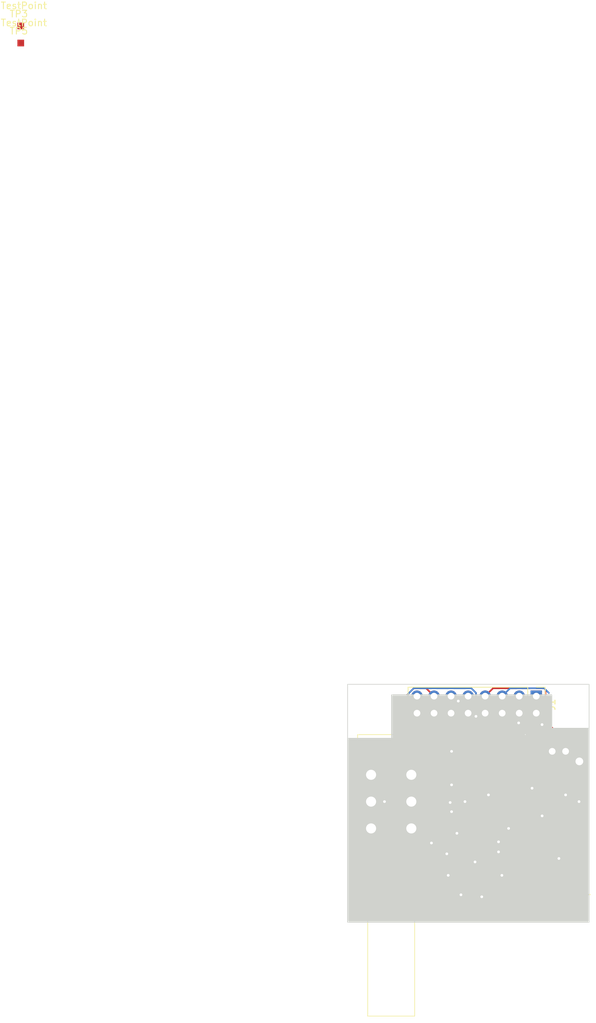
<source format=kicad_pcb>
(kicad_pcb (version 20240108) (generator "pcbnew") (generator_version "8.0")
  (layers (0 "F.Cu" signal) (31 "B.Cu" signal) (34 "B.Paste" user) (35 "F.Paste" user) (36 "B.SilkS" user "B.Silkscreen") (37 "F.SilkS" user "F.Silkscreen") (38 "B.Mask" user) (39 "F.Mask" user) (44 "Edge.Cuts" user))
  (net 0 "")
  (net 1 "GNDPWR")
  (net 2 "Net-(IC1-BAT)")
  (net 3 "Net-(IC1-CE)")
  (net 4 "Net-(JP1-B)")
  (net 5 "Net-(IC1-~{STDBY})")
  (net 6 "Net-(IC1-PROG)")
  (net 7 "Net-(IC1-~{CHRG})")
  (net 8 "Motor1B")
  (net 9 "PMW4")
  (net 10 "Motor2B")
  (net 11 "PMW2")
  (net 12 "PMW3")
  (net 13 "Motor1")
  (net 14 "Load")
  (net 15 "PMW1")
  (net 16 "Motor2")
  (net 17 "ADC")
  (net 20 "Net-(JP2-B)")
  (net 21 "Net-(JP3-A)")
  (net 22 "Net-(LED1-K)")
  (net 23 "Net-(LED2-K)")
  (footprint "KiCad:SOT95P280X145-5N" (layer "F.Cu") (at 73 110.5 -90)
    (property "Reference" "R13" (at 0.5 -2.5 90) (layer "F.SilkS") (effects (font (size 1.27 1.27) (thickness 0.254))))
    (property "Value" "1000" (hide yes))
    (fp_line (start -0.3 1.45) (end -0.3 -1.45) (stroke (width 0.2)) (layer "F.SilkS"))
    (fp_line (start 0.3 1.45) (end -0.3 1.45) (stroke (width 0.2)) (layer "F.SilkS"))
    (fp_line (start -0.3 -1.45) (end 0.3 -1.45) (stroke (width 0.2)) (layer "F.SilkS"))
    (fp_line (start 0.3 -1.45) (end 0.3 1.45) (stroke (width 0.2)) (layer "F.SilkS"))
    (fp_line (start -1.85 -1.5) (end -0.65 -1.5) (stroke (width 0.2)) (layer "F.SilkS"))
    (pad "1" smd rect (at -1.25 -0.95) (size 0.6 1.2) (layers "F.Cu" "F.Paste" "F.Mask") (net 23 "Net-(LED2-K)"))
    (pad "2" smd rect (at -1.25 0) (size 0.6 1.2) (layers "F.Cu" "F.Paste" "F.Mask") (net 5 "Net-(IC1-~{STDBY})"))
    (pad "3" smd rect (at -1.25 0.95) (size 0.6 1.2) (layers "F.Cu" "F.Paste" "F.Mask"))
    (pad "4" smd rect (at 1.25 0.95) (size 0.6 1.2) (layers "F.Cu" "F.Paste" "F.Mask"))
    (pad "5" smd rect (at 1.25 -0.95) (size 0.6 1.2) (layers "F.Cu" "F.Paste" "F.Mask"))
  )
  (footprint "Jumper:SolderJumper-2_P1.3mm_Open_RoundedPad1.0x1.5mm" (layer "F.Cu") (at 68 123.35 -90)
    (property "Reference" "JP2" (at 0 -1.8 90) (layer "F.SilkS"))
    (property "Value" "Jumper_2_Open" (hide yes))
    (fp_line (start 0.7 1) (end -0.7 1) (stroke (width 0.12)) (layer "F.SilkS"))
    (fp_line (start -1.4 0.3) (end -1.4 -0.3) (stroke (width 0.12)) (layer "F.SilkS"))
    (fp_line (start 1.4 -0.3) (end 1.4 0.3) (stroke (width 0.12)) (layer "F.SilkS"))
    (fp_line (start -0.7 -1) (end 0.7 -1) (stroke (width 0.12)) (layer "F.SilkS"))
    (fp_arc (start -0.7 1) (mid -1.194975 0.794975) (end -1.4 0.3) (stroke (width 0.12)) (layer "F.SilkS"))
    (fp_arc (start 1.4 0.3) (mid 1.194975 0.794975) (end 0.7 1) (stroke (width 0.12)) (layer "F.SilkS"))
    (fp_arc (start -1.4 -0.3) (mid -1.194975 -0.794975) (end -0.7 -1) (stroke (width 0.12)) (layer "F.SilkS"))
    (fp_arc (start 0.7 -1) (mid 1.194975 -0.794975) (end 1.4 -0.3) (stroke (width 0.12)) (layer "F.SilkS"))
    (pad "1" smd custom (at -0.65 0 270) (size 1 0.5) (layers "F.Cu" "F.Mask") (net 14 "Load") (options (clearance outline) (anchor rect)) (primitives (gr_circle (center 0 0.25) (end 0.5 0.25) (width 0) (fill yes)) (gr_circle (center 0 -0.25) (end 0.5 -0.25) (width 0) (fill yes)) (gr_poly (pts (xy 0.5 0.75) (xy 0 0.75) (xy 0 -0.75) (xy 0.5 -0.75)) (width 0) (fill yes))))
    (pad "2" smd custom (at 0.65 0 270) (size 1 0.5) (layers "F.Cu" "F.Mask") (net 20 "Net-(JP2-B)") (options (clearance outline) (anchor rect)) (primitives (gr_circle (center 0 0.25) (end 0.5 0.25) (width 0) (fill yes)) (gr_circle (center 0 -0.25) (end 0.5 -0.25) (width 0) (fill yes)) (gr_poly (pts (xy 0 0.75) (xy -0.5 0.75) (xy -0.5 -0.75) (xy 0 -0.75)) (width 0) (fill yes))))
  )
  (footprint "PCM_4ms_TestPoint:TestPoint_Pad_04" (layer "F.Cu") (at 72.5 127.5)
    (property "Reference" "ADC" (at -1 2 0) (layer "F.SilkS") (effects (justify left bottom)))
    (property "Value" "TestPoint" (at 0.46 -3.02 0) (layer "F.SilkS"))
    (pad "1" smd rect (at 0 0) (size 1 1) (layers "F.Cu" "F.Paste" "F.Mask") (net 17 "ADC"))
  )
  (footprint "KiCad:RESC1608X55N" (layer "F.Cu") (at 75 119.7 -90)
    (property "Reference" "R12" (at 0 0 90) (layer "F.SilkS") (effects (font (size 1.27 1.27) (thickness 0.254))))
    (property "Value" "1000" (hide yes))
    (fp_line (start 0 -0.3) (end 0 0.3) (stroke (width 0.2)) (layer "F.SilkS"))
    (pad "1" smd rect (at -0.8 0 270) (size 0.9 0.95) (layers "F.Cu" "F.Paste" "F.Mask") (net 22 "Net-(LED1-K)"))
    (pad "2" smd rect (at 0.8 0 270) (size 0.9 0.95) (layers "F.Cu" "F.Paste" "F.Mask") (net 7 "Net-(IC1-~{CHRG})"))
  )
  (footprint "KiCad:RES_8F1001T5E_UNR" (layer "F.Cu") (at 64 120.5)
    (property "Reference" "R4" (at 0 2 0) (layer "F.SilkS"))
    (property "Value" "1.5k")
    (fp_line (start -0.16235 0.8255) (end 0.16235 0.8255) (stroke (width 0.1524)) (layer "F.SilkS"))
    (fp_line (start 0.16235 -0.8255) (end -0.16235 -0.8255) (stroke (width 0.1524)) (layer "F.SilkS"))
    (pad "1" smd rect (at -0.8763 0) (size 0.8128 1.397) (layers "F.Cu" "F.Paste" "F.Mask") (net 6 "Net-(IC1-PROG)"))
    (pad "2" smd rect (at 0.8763 0) (size 0.8128 1.397) (layers "F.Cu" "F.Paste" "F.Mask") (net 1 "GNDPWR"))
  )
  (footprint "PCM_4ms_TestPoint:TestPoint_Pad_04" (layer "F.Cu") (at 0.775 0.775)
    (property "Reference" "TP3" (at -1.75 -1.21 0) (layer "F.SilkS") (effects (justify left bottom)))
    (property "Value" "TestPoint" (at 0.46 -3.02 0) (layer "F.SilkS"))
    (pad "1" smd rect (at 0 0) (size 1 1) (layers "F.Cu" "F.Paste" "F.Mask") (net 3 "Net-(IC1-CE)"))
  )
  (footprint "PCM_4ms_TestPoint:TestPoint_Pad_04" (layer "F.Cu") (at 75.5 125.5)
    (property "Reference" "TP1" (at -1.75 -1.21 0) (layer "F.SilkS") (effects (justify left bottom)))
    (property "Value" "TestPoint" (at 0.46 -3.02 0) (layer "F.SilkS"))
    (pad "1" smd rect (at 0 0) (size 1 1) (layers "F.Cu" "F.Paste" "F.Mask") (net 14 "Load"))
  )
  (footprint "Jumper:SolderJumper-2_P1.3mm_Open_RoundedPad1.0x1.5mm" (layer "F.Cu") (at 72 123.15 -90)
    (property "Reference" "JP3" (at 0.3 -1.55 90) (layer "F.SilkS"))
    (property "Value" "Jumper_2_Open" (hide yes))
    (fp_line (start 0.7 1) (end -0.7 1) (stroke (width 0.12)) (layer "F.SilkS"))
    (fp_line (start -1.4 0.3) (end -1.4 -0.3) (stroke (width 0.12)) (layer "F.SilkS"))
    (fp_line (start 1.4 -0.3) (end 1.4 0.3) (stroke (width 0.12)) (layer "F.SilkS"))
    (fp_line (start -0.7 -1) (end 0.7 -1) (stroke (width 0.12)) (layer "F.SilkS"))
    (fp_arc (start -0.7 1) (mid -1.194975 0.794975) (end -1.4 0.3) (stroke (width 0.12)) (layer "F.SilkS"))
    (fp_arc (start 1.4 0.3) (mid 1.194975 0.794975) (end 0.7 1) (stroke (width 0.12)) (layer "F.SilkS"))
    (fp_arc (start -1.4 -0.3) (mid -1.194975 -0.794975) (end -0.7 -1) (stroke (width 0.12)) (layer "F.SilkS"))
    (fp_arc (start 0.7 -1) (mid 1.194975 -0.794975) (end 1.4 -0.3) (stroke (width 0.12)) (layer "F.SilkS"))
    (pad "1" smd custom (at -0.65 0 270) (size 1 0.5) (layers "F.Cu" "F.Mask") (net 21 "Net-(JP3-A)") (options (clearance outline) (anchor rect)) (primitives (gr_circle (center 0 0.25) (end 0.5 0.25) (width 0) (fill yes)) (gr_circle (center 0 -0.25) (end 0.5 -0.25) (width 0) (fill yes)) (gr_poly (pts (xy 0.5 0.75) (xy 0 0.75) (xy 0 -0.75) (xy 0.5 -0.75)) (width 0) (fill yes))))
    (pad "2" smd custom (at 0.65 0 270) (size 1 0.5) (layers "F.Cu" "F.Mask") (net 17 "ADC") (options (clearance outline) (anchor rect)) (primitives (gr_circle (center 0 0.25) (end 0.5 0.25) (width 0) (fill yes)) (gr_circle (center 0 -0.25) (end 0.5 -0.25) (width 0) (fill yes)) (gr_poly (pts (xy 0 0.75) (xy -0.5 0.75) (xy -0.5 -0.75) (xy 0 -0.75)) (width 0) (fill yes))))
  )
  (footprint "KiCad:RESC1608X55N" (layer "F.Cu") (at 67.5 131.8 90)
    (property "Reference" "R5" (at 0 0 -90) (layer "F.SilkS") (effects (font (size 1.27 1.27) (thickness 0.254))))
    (property "Value" "0603WAF6801T5E" (hide yes))
    (fp_line (start 0 -0.3) (end 0 0.3) (stroke (width 0.2)) (layer "F.SilkS"))
    (pad "1" smd rect (at -0.8 0 90) (size 0.9 0.95) (layers "F.Cu" "F.Paste" "F.Mask") (net 21 "Net-(JP3-A)"))
    (pad "2" smd rect (at 0.8 0 90) (size 0.9 0.95) (layers "F.Cu" "F.Paste" "F.Mask") (net 1 "GNDPWR"))
  )
  (footprint "KiCad:LEDC1608X70N" (layer "F.Cu") (at 76 115 -90)
    (property "Reference" "LED1" (at 0 0 90) (layer "F.SilkS") (effects (font (size 1.27 1.27) (thickness 0.254))))
    (property "Value" "KT-0603R" (hide yes))
    (fp_line (start -1.55 0.825) (end 0.75 0.825) (stroke (width 0.2)) (layer "F.SilkS"))
    (fp_line (start -1.55 -0.825) (end -1.55 0.825) (stroke (width 0.2)) (layer "F.SilkS"))
    (fp_line (start 0.75 -0.825) (end -1.55 -0.825) (stroke (width 0.2)) (layer "F.SilkS"))
    (pad "1" smd rect (at -0.75 0 270) (size 0.9 0.95) (layers "F.Cu" "F.Paste" "F.Mask") (net 22 "Net-(LED1-K)"))
    (pad "2" smd rect (at 0.75 0 270) (size 0.9 0.95) (layers "F.Cu" "F.Paste" "F.Mask") (net 3 "Net-(IC1-CE)"))
  )
  (footprint "PCM_4ms_TestPoint:TestPoint_Pad_04" (layer "F.Cu") (at 70 111 180)
    (property "Reference" "5V" (at 0.5 -2 180) (layer "F.SilkS") (effects (justify left bottom)))
    (property "Value" "TestPoint" (hide yes))
    (pad "1" smd rect (at 0 0 180) (size 1 1) (layers "F.Cu" "F.Paste" "F.Mask") (net 3 "Net-(IC1-CE)"))
  )
  (footprint "KiCad:SON50P300X300X75-11N-D" (layer "F.Cu") (at 65 107)
    (property "Reference" "IC2" (at 0 0 0) (layer "F.SilkS") (effects (font (size 1.27 1.27) (thickness 0.254))))
    (property "Value" "A3901SEJTR-T" (hide yes))
    (fp_circle (center -1.875 -1.65) (end -1.875 -1.525) (stroke (width 0.25)) (fill none) (layer "F.SilkS"))
    (pad "1" smd rect (at -1.45 -1 90) (size 0.3 0.85) (layers "F.Cu" "F.Paste" "F.Mask") (net 15 "PMW1"))
    (pad "2" smd rect (at -1.45 -0.5 90) (size 0.3 0.85) (layers "F.Cu" "F.Paste" "F.Mask") (net 11 "PMW2"))
    (pad "3" smd rect (at -1.45 0 90) (size 0.3 0.85) (layers "F.Cu" "F.Paste" "F.Mask") (net 1 "GNDPWR"))
    (pad "4" smd rect (at -1.45 0.5 90) (size 0.3 0.85) (layers "F.Cu" "F.Paste" "F.Mask") (net 12 "PMW3"))
    (pad "5" smd rect (at -1.45 1 90) (size 0.3 0.85) (layers "F.Cu" "F.Paste" "F.Mask") (net 9 "PMW4"))
    (pad "6" smd rect (at 1.45 1 90) (size 0.3 0.85) (layers "F.Cu" "F.Paste" "F.Mask") (net 10 "Motor2B"))
    (pad "7" smd rect (at 1.45 0.5 90) (size 0.3 0.85) (layers "F.Cu" "F.Paste" "F.Mask") (net 16 "Motor2"))
    (pad "8" smd rect (at 1.45 0 90) (size 0.3 0.85) (layers "F.Cu" "F.Paste" "F.Mask") (net 14 "Load"))
    (pad "9" smd rect (at 1.45 -0.5 90) (size 0.3 0.85) (layers "F.Cu" "F.Paste" "F.Mask") (net 8 "Motor1B"))
    (pad "10" smd rect (at 1.45 -1 90) (size 0.3 0.85) (layers "F.Cu" "F.Paste" "F.Mask") (net 13 "Motor1"))
    (pad "11" smd rect (at 0 0) (size 1.65 2.38) (layers "F.Cu" "F.Paste" "F.Mask") (net 1 "GNDPWR"))
  )
  (footprint "KiCad:19217BHCZL1M2RY3T" (layer "F.Cu") (at 73 115 -90)
    (property "Reference" "LED2" (at 0 0 90) (layer "F.SilkS") (effects (font (size 1.27 1.27) (thickness 0.254))))
    (property "Value" "19-217_BHC-ZL1M2RY_3T" (hide yes))
    (fp_line (start 1.7 0.1) (end 1.7 0.1) (stroke (width 0.2)) (layer "F.SilkS"))
    (fp_line (start 1.7 -0.1) (end 1.7 -0.1) (stroke (width 0.2)) (layer "F.SilkS"))
    (fp_arc (start 1.7 0.1) (mid 1.6 0) (end 1.7 -0.1) (stroke (width 0.2)) (layer "F.SilkS"))
    (fp_arc (start 1.7 -0.1) (mid 1.8 0) (end 1.7 0.1) (stroke (width 0.2)) (layer "F.SilkS"))
    (pad "1" smd rect (at 0.75 0) (size 0.8 0.8) (layers "F.Cu" "F.Paste" "F.Mask") (net 3 "Net-(IC1-CE)"))
    (pad "2" smd rect (at -0.75 0) (size 0.8 0.8) (layers "F.Cu" "F.Paste" "F.Mask") (net 23 "Net-(LED2-K)"))
  )
  (footprint "PCM_4ms_TestPoint:TestPoint_Pad_04" (layer "F.Cu") (at 0.775 3.325)
    (property "Reference" "TP5" (at -1.75 -1.21 0) (layer "F.SilkS") (effects (justify left bottom)))
    (property "Value" "TestPoint" (at 0.46 -3.02 0) (layer "F.SilkS"))
    (pad "1" smd rect (at 0 0) (size 1 1) (layers "F.Cu" "F.Paste" "F.Mask") (net 17 "ADC"))
  )
  (footprint "KiCad:CAPC1005X70N" (layer "F.Cu") (at 63.07 124.72 -90)
    (property "Reference" "C2" (at 0 0 90) (layer "F.SilkS") (effects (font (size 1.27 1.27) (thickness 0.254))))
    (property "Value" "10uF" (hide yes))
    (pad "1" smd rect (at -0.46 0 270) (size 0.69 0.72) (layers "F.Cu" "F.Paste" "F.Mask") (net 3 "Net-(IC1-CE)"))
    (pad "2" smd rect (at 0.46 0 270) (size 0.69 0.72) (layers "F.Cu" "F.Paste" "F.Mask") (net 1 "GNDPWR"))
  )
  (footprint "KiCad:RESC1608X55N" (layer "F.Cu") (at 67.5 127.5 -90)
    (property "Reference" "R7" (at 0 0 90) (layer "F.SilkS") (effects (font (size 1.27 1.27) (thickness 0.254))))
    (property "Value" "1.8k" (hide yes))
    (fp_line (start 0 -0.3) (end 0 0.3) (stroke (width 0.2)) (layer "F.SilkS"))
    (pad "1" smd rect (at -0.8 0 270) (size 0.9 0.95) (layers "F.Cu" "F.Paste" "F.Mask") (net 20 "Net-(JP2-B)"))
    (pad "2" smd rect (at 0.8 0 270) (size 0.9 0.95) (layers "F.Cu" "F.Paste" "F.Mask") (net 21 "Net-(JP3-A)"))
  )
  (footprint "KiCad:CAPC1005X70N" (layer "F.Cu") (at 81 124.5 -90)
    (property "Reference" "C3" (at 0 0 90) (layer "F.SilkS") (effects (font (size 1.27 1.27) (thickness 0.254))))
    (property "Value" "10uF" (hide yes))
    (pad "1" smd rect (at -0.46 0 270) (size 0.69 0.72) (layers "F.Cu" "F.Paste" "F.Mask") (net 4 "Net-(JP1-B)"))
    (pad "2" smd rect (at 0.46 0 270) (size 0.69 0.72) (layers "F.Cu" "F.Paste" "F.Mask") (net 1 "GNDPWR"))
  )
  (footprint "KiCad:CAPC1005X70N" (layer "F.Cu") (at 84 116 -90)
    (property "Reference" "C1" (at 0 0 90) (layer "F.SilkS") (effects (font (size 1.27 1.27) (thickness 0.254))))
    (property "Value" "10uF" (hide yes))
    (pad "1" smd rect (at -0.46 0 270) (size 0.69 0.72) (layers "F.Cu" "F.Paste" "F.Mask") (net 2 "Net-(IC1-BAT)"))
    (pad "2" smd rect (at 0.46 0 270) (size 0.69 0.72) (layers "F.Cu" "F.Paste" "F.Mask") (net 1 "GNDPWR"))
  )
  (footprint "PCM_4ms_TestPoint:TestPoint_Pad_04" (layer "F.Cu") (at 79.5 128)
    (property "Reference" "BatterytoLoad1" (at -5 2.5 0) (layer "F.SilkS") (effects (justify left bottom)))
    (property "Value" "TestPoint" (hide yes))
    (pad "1" smd rect (at 0 0) (size 1 1) (layers "F.Cu" "F.Paste" "F.Mask") (net 2 "Net-(IC1-BAT)"))
  )
  (footprint "KiCad:RESC1608X55N" (layer "F.Cu") (at 70 127.5 -90)
    (property "Reference" "R3" (at 0 0 90) (layer "F.SilkS") (effects (font (size 1.27 1.27) (thickness 0.254))))
    (property "Value" "1.8k" (hide yes))
    (fp_line (start 0 -0.3) (end 0 0.3) (stroke (width 0.2)) (layer "F.SilkS"))
    (pad "1" smd rect (at -0.8 0 270) (size 0.9 0.95) (layers "F.Cu" "F.Paste" "F.Mask") (net 14 "Load"))
    (pad "2" smd rect (at 0.8 0 270) (size 0.9 0.95) (layers "F.Cu" "F.Paste" "F.Mask") (net 17 "ADC"))
  )
  (footprint "KiCad:SPUN192600" (layer "F.Cu") (at 56 127.5 -90)
    (property "Reference" "S1" (at 0 0 -90) (layer "F.SilkS") (effects (font (size 1.27 1.27) (thickness 0.254))))
    (property "Value" "SPUN192600" (hide yes))
    (fp_line (start -21 5) (end -21 -5) (stroke (width 0.1)) (layer "F.SilkS"))
    (fp_line (start 3 5) (end -21 5) (stroke (width 0.1)) (layer "F.SilkS"))
    (fp_line (start 3 3.5) (end 3 -3.5) (stroke (width 0.1)) (layer "F.SilkS"))
    (fp_line (start 21 3.5) (end 3 3.5) (stroke (width 0.1)) (layer "F.SilkS"))
    (fp_line (start 3 -3.5) (end 21 -3.5) (stroke (width 0.1)) (layer "F.SilkS"))
    (fp_line (start 21 -3.5) (end 21 3.5) (stroke (width 0.1)) (layer "F.SilkS"))
    (fp_line (start -21 -5) (end 3 -5) (stroke (width 0.1)) (layer "F.SilkS"))
    (fp_line (start 3 -5) (end 3 5) (stroke (width 0.1)) (layer "F.SilkS"))
    (pad "1" thru_hole circle (at -15 3 270) (size 2.25 2.25) (drill 1.5) (layers "*.Cu" "*.Mask"))
    (pad "2" thru_hole circle (at -11 3 270) (size 2.25 2.25) (drill 1.5) (layers "*.Cu" "*.Mask") (net 2 "Net-(IC1-BAT)"))
    (pad "3" thru_hole circle (at -7 3 270) (size 2.25 2.25) (drill 1.5) (layers "*.Cu" "*.Mask"))
    (pad "4" thru_hole circle (at -15 -3 270) (size 2.25 2.25) (drill 1.5) (layers "*.Cu" "*.Mask"))
    (pad "5" thru_hole circle (at -11 -3 270) (size 2.25 2.25) (drill 1.5) (layers "*.Cu" "*.Mask"))
    (pad "6" thru_hole circle (at -7 -3 270) (size 2.25 2.25) (drill 1.5) (layers "*.Cu" "*.Mask") (net 14 "Load"))
  )
  (footprint "Jumper:SolderJumper-2_P1.3mm_Open_RoundedPad1.0x1.5mm" (layer "F.Cu") (at 81 121.15 -90)
    (property "Reference" "JP1" (at 0 -1.8 90) (layer "F.SilkS"))
    (property "Value" "Jumper_2_Open" (hide yes))
    (fp_line (start 0.7 1) (end -0.7 1) (stroke (width 0.12)) (layer "F.SilkS"))
    (fp_line (start -1.4 0.3) (end -1.4 -0.3) (stroke (width 0.12)) (layer "F.SilkS"))
    (fp_line (start 1.4 -0.3) (end 1.4 0.3) (stroke (width 0.12)) (layer "F.SilkS"))
    (fp_line (start -0.7 -1) (end 0.7 -1) (stroke (width 0.12)) (layer "F.SilkS"))
    (fp_arc (start -0.7 1) (mid -1.194975 0.794975) (end -1.4 0.3) (stroke (width 0.12)) (layer "F.SilkS"))
    (fp_arc (start 1.4 0.3) (mid 1.194975 0.794975) (end 0.7 1) (stroke (width 0.12)) (layer "F.SilkS"))
    (fp_arc (start -1.4 -0.3) (mid -1.194975 -0.794975) (end -0.7 -1) (stroke (width 0.12)) (layer "F.SilkS"))
    (fp_arc (start 0.7 -1) (mid 1.194975 -0.794975) (end 1.4 -0.3) (stroke (width 0.12)) (layer "F.SilkS"))
    (pad "1" smd custom (at -0.65 0 270) (size 1 0.5) (layers "F.Cu" "F.Mask") (net 2 "Net-(IC1-BAT)") (options (clearance outline) (anchor rect)) (primitives (gr_circle (center 0 0.25) (end 0.5 0.25) (width 0) (fill yes)) (gr_circle (center 0 -0.25) (end 0.5 -0.25) (width 0) (fill yes)) (gr_poly (pts (xy 0.5 0.75) (xy 0 0.75) (xy 0 -0.75) (xy 0.5 -0.75)) (width 0) (fill yes))))
    (pad "2" smd custom (at 0.65 0 270) (size 1 0.5) (layers "F.Cu" "F.Mask") (net 4 "Net-(JP1-B)") (options (clearance outline) (anchor rect)) (primitives (gr_circle (center 0 0.25) (end 0.5 0.25) (width 0) (fill yes)) (gr_circle (center 0 -0.25) (end 0.5 -0.25) (width 0) (fill yes)) (gr_poly (pts (xy 0 0.75) (xy -0.5 0.75) (xy -0.5 -0.75) (xy 0 -0.75)) (width 0) (fill yes))))
  )
  (footprint "Connector_PinHeader_2.54mm:PinHeader_2x08_P2.54mm_Vertical" (layer "F.Cu") (at 77.625 100.765 -90)
    (property "Reference" "J1" (at 1.27 -2.33 90) (layer "F.SilkS"))
    (property "Value" "Pins_02x08_P1.27mm_SMT")
    (fp_line (start -1.33 19.11) (end 3.87 19.11) (stroke (width 0.12)) (layer "F.SilkS"))
    (fp_line (start -1.33 1.27) (end -1.33 19.11) (stroke (width 0.12)) (layer "F.SilkS"))
    (fp_line (start -1.33 1.27) (end 1.27 1.27) (stroke (width 0.12)) (layer "F.SilkS"))
    (fp_line (start 1.27 1.27) (end 1.27 -1.33) (stroke (width 0.12)) (layer "F.SilkS"))
    (fp_line (start -1.33 0) (end -1.33 -1.33) (stroke (width 0.12)) (layer "F.SilkS"))
    (fp_line (start -1.33 -1.33) (end 0 -1.33) (stroke (width 0.12)) (layer "F.SilkS"))
    (fp_line (start 1.27 -1.33) (end 3.87 -1.33) (stroke (width 0.12)) (layer "F.SilkS"))
    (fp_line (start 3.87 -1.33) (end 3.87 19.11) (stroke (width 0.12)) (layer "F.SilkS"))
    (pad "1" thru_hole rect (at 0 0 270) (size 1.7 1.7) (drill 1) (layers "*.Cu" "*.Mask") (net 13 "Motor1"))
    (pad "2" thru_hole oval (at 2.54 0 270) (size 1.7 1.7) (drill 1) (layers "*.Cu" "*.Mask") (net 15 "PMW1"))
    (pad "3" thru_hole oval (at 0 2.54 270) (size 1.7 1.7) (drill 1) (layers "*.Cu" "*.Mask") (net 8 "Motor1B"))
    (pad "4" thru_hole oval (at 2.54 2.54 270) (size 1.7 1.7) (drill 1) (layers "*.Cu" "*.Mask") (net 11 "PMW2"))
    (pad "5" thru_hole oval (at 0 5.08 270) (size 1.7 1.7) (drill 1) (layers "*.Cu" "*.Mask") (net 1 "GNDPWR"))
    (pad "6" thru_hole oval (at 2.54 5.08 270) (size 1.7 1.7) (drill 1) (layers "*.Cu" "*.Mask") (net 1 "GNDPWR"))
    (pad "7" thru_hole oval (at 0 7.62 270) (size 1.7 1.7) (drill 1) (layers "*.Cu" "*.Mask") (net 2 "Net-(IC1-BAT)"))
    (pad "8" thru_hole oval (at 2.54 7.62 270) (size 1.7 1.7) (drill 1) (layers "*.Cu" "*.Mask") (net 2 "Net-(IC1-BAT)"))
    (pad "9" thru_hole oval (at 0 10.16 270) (size 1.7 1.7) (drill 1) (layers "*.Cu" "*.Mask"))
    (pad "10" thru_hole oval (at 2.54 10.16 270) (size 1.7 1.7) (drill 1) (layers "*.Cu" "*.Mask") (net 17 "ADC"))
    (pad "11" thru_hole oval (at 0 12.7 270) (size 1.7 1.7) (drill 1) (layers "*.Cu" "*.Mask") (net 3 "Net-(IC1-CE)"))
    (pad "12" thru_hole oval (at 2.54 12.7 270) (size 1.7 1.7) (drill 1) (layers "*.Cu" "*.Mask"))
    (pad "13" thru_hole oval (at 0 15.24 270) (size 1.7 1.7) (drill 1) (layers "*.Cu" "*.Mask") (net 16 "Motor2"))
    (pad "14" thru_hole oval (at 2.54 15.24 270) (size 1.7 1.7) (drill 1) (layers "*.Cu" "*.Mask") (net 12 "PMW3"))
    (pad "15" thru_hole oval (at 0 17.78 270) (size 1.7 1.7) (drill 1) (layers "*.Cu" "*.Mask") (net 10 "Motor2B"))
    (pad "16" thru_hole oval (at 2.54 17.78 270) (size 1.7 1.7) (drill 1) (layers "*.Cu" "*.Mask") (net 9 "PMW4"))
  )
  (footprint "KiCad:SOIC127P600X175-9N" (layer "F.Cu") (at 67.712 116)
    (property "Reference" "IC1" (at 0 0 0) (layer "F.SilkS") (effects (font (size 1.27 1.27) (thickness 0.254))))
    (property "Value" "TP4056-42-ESOP8" (hide yes))
    (fp_line (start -3.475 -2.605) (end -1.95 -2.605) (stroke (width 0.2)) (layer "F.SilkS"))
    (pad "1" smd rect (at -2.712 -1.905 90) (size 0.7 1.525) (layers "F.Cu" "F.Paste" "F.Mask") (net 3 "Net-(IC1-CE)"))
    (pad "2" smd rect (at -2.712 -0.635 90) (size 0.7 1.525) (layers "F.Cu" "F.Paste" "F.Mask") (net 6 "Net-(IC1-PROG)"))
    (pad "3" smd rect (at -2.712 0.635 90) (size 0.7 1.525) (layers "F.Cu" "F.Paste" "F.Mask") (net 1 "GNDPWR"))
    (pad "4" smd rect (at -2.712 1.905 90) (size 0.7 1.525) (layers "F.Cu" "F.Paste" "F.Mask") (net 3 "Net-(IC1-CE)"))
    (pad "5" smd rect (at 2.712 1.905 90) (size 0.7 1.525) (layers "F.Cu" "F.Paste" "F.Mask") (net 2 "Net-(IC1-BAT)"))
    (pad "6" smd rect (at 2.712 0.635 90) (size 0.7 1.525) (layers "F.Cu" "F.Paste" "F.Mask") (net 5 "Net-(IC1-~{STDBY})"))
    (pad "7" smd rect (at 2.712 -0.635 90) (size 0.7 1.525) (layers "F.Cu" "F.Paste" "F.Mask") (net 7 "Net-(IC1-~{CHRG})"))
    (pad "8" smd rect (at 2.712 -1.905 90) (size 0.7 1.525) (layers "F.Cu" "F.Paste" "F.Mask") (net 3 "Net-(IC1-CE)"))
    (pad "9" smd rect (at 0 0) (size 2.513 3.402) (layers "F.Cu" "F.Paste" "F.Mask") (net 1 "GNDPWR"))
  )
  (footprint "PCM_4ms_TestPoint:TestPoint_Pad_04" (layer "F.Cu") (at 76.5 121)
    (property "Reference" "TP4" (at -1.75 -1.21 0) (layer "F.SilkS") (effects (justify left bottom)))
    (property "Value" "TestPoint" (at 0.46 -3.02 0) (layer "F.SilkS"))
    (pad "1" smd rect (at 0 0) (size 1 1) (layers "F.Cu" "F.Paste" "F.Mask") (net 2 "Net-(IC1-BAT)"))
  )
  (footprint "Connector_JST:JST_JWPF_B02B-JWPF-SK-R_1x02_P2.00mm_Vertical" (layer "F.Cu") (at 80 109 90)
    (property "Reference" "J2" (at -1.35 -3.7 -90) (layer "F.SilkS"))
    (property "Value" "JST_02")
    (fp_line (start -5.75 -2.85) (end -4.25 -2.85) (stroke (width 0.12)) (layer "F.SilkS"))
    (fp_line (start 1.81 -2.61) (end -5.51 -2.61) (stroke (width 0.12)) (layer "F.SilkS"))
    (fp_line (start -5.51 -2.61) (end -5.51 4.61) (stroke (width 0.12)) (layer "F.SilkS"))
    (fp_line (start 2.81 -1.61) (end 2.81 3.61) (stroke (width 0.12)) (layer "F.SilkS"))
    (fp_line (start -5.75 -1.35) (end -5.75 -2.85) (stroke (width 0.12)) (layer "F.SilkS"))
    (fp_line (start -5.51 4.61) (end 1.81 4.61) (stroke (width 0.12)) (layer "F.SilkS"))
    (fp_arc (start 1.81 -2.61) (mid 2.517107 -2.317107) (end 2.81 -1.61) (stroke (width 0.12)) (layer "F.SilkS"))
    (fp_arc (start 2.81 3.61) (mid 2.517107 4.317107) (end 1.81 4.61) (stroke (width 0.12)) (layer "F.SilkS"))
    (pad "" np_thru_hole circle (at -1.5 4.05 90) (size 1.15 1.15) (drill 1.15) (layers "*.Cu" "*.Mask"))
    (pad "1" thru_hole roundrect (at 0 0 90) (size 2 1.3) (drill 1) (layers "*.Cu" "*.Mask") (roundrect_rratio 0.192308) (net 1 "GNDPWR"))
    (pad "2" thru_hole oval (at 0 2 90) (size 2 1.3) (drill 1) (layers "*.Cu" "*.Mask") (net 2 "Net-(IC1-BAT)"))
  )
  (footprint "KiCad:RESC3116X65N" (layer "F.Cu") (at 64.5 128.95 -90)
    (property "Reference" "R2" (at 0 0 90) (layer "F.SilkS") (effects (font (size 1.27 1.27) (thickness 0.254))))
    (property "Value" "10k" (hide yes))
    (fp_line (start 0 -0.688) (end 0 0.688) (stroke (width 0.2)) (layer "F.SilkS"))
    (pad "1" smd rect (at -1.45 0 270) (size 1.05 1.75) (layers "F.Cu" "F.Paste" "F.Mask") (net 3 "Net-(IC1-CE)"))
    (pad "2" smd rect (at 1.45 0 270) (size 1.05 1.75) (layers "F.Cu" "F.Paste" "F.Mask") (net 1 "GNDPWR"))
  )
  (footprint "KiCad:RESC1608X55N" (layer "F.Cu") (at 69.5 131.5 -90)
    (property "Reference" "R1" (at 0 0 90) (layer "F.SilkS") (effects (font (size 1.27 1.27) (thickness 0.254))))
    (property "Value" "0603WAF6801T5E" (hide yes))
    (fp_line (start 0 -0.3) (end 0 0.3) (stroke (width 0.2)) (layer "F.SilkS"))
    (pad "1" smd rect (at -0.8 0 270) (size 0.9 0.95) (layers "F.Cu" "F.Paste" "F.Mask") (net 17 "ADC"))
    (pad "2" smd rect (at 0.8 0 270) (size 0.9 0.95) (layers "F.Cu" "F.Paste" "F.Mask") (net 1 "GNDPWR"))
  )
  (gr_rect (start 49.5 99) (end 85.5 134.5) (stroke (width 0.1)) (fill none) (layer "Edge.Cuts"))
  (segment (start 63.399694 125.18) (end 63.07 125.18) (width 0.25) (layer "F.Cu") (net 1))
  (segment (start 67.5 131) (end 67 131) (width 0.25) (layer "F.Cu") (net 1))
  (segment (start 64.5 131.175) (end 64.5 130.4) (width 0.25) (layer "F.Cu") (net 1))
  (segment (start 66.4 130.4) (end 64.5 130.4) (width 0.25) (layer "F.Cu") (net 1))
  (segment (start 66.7 133.375) (end 64.5 131.175) (width 0.25) (layer "F.Cu") (net 1))
  (segment (start 64.8763 120.5) (end 67.5 117.8763) (width 0.25) (layer "F.Cu") (net 1))
  (segment (start 64.289847 124.289847) (end 63.399694 125.18) (width 0.25) (layer "F.Cu") (net 1))
  (segment (start 69.5 132.3) (end 68.425 133.375) (width 0.25) (layer "F.Cu") (net 1))
  (segment (start 67.5 117.8763) (end 67.5 116) (width 0.25) (layer "F.Cu") (net 1))
  (segment (start 65.070847 120.5) (end 65.795847 121.225) (width 0.25) (layer "F.Cu") (net 1))
  (segment (start 65 109) (end 65 107) (width 0.25) (layer "F.Cu") (net 1))
  (segment (start 72.545 100.765) (end 72.545 103.305) (width 0.25) (layer "F.Cu") (net 1))
  (segment (start 81 124.96) (end 81 128.15) (width 0.25) (layer "F.Cu") (net 1))
  (segment (start 81 128.15) (end 76.85 132.3) (width 0.25) (layer "F.Cu") (net 1))
  (segment (start 68.425 133.375) (end 66.7 133.375) (width 0.25) (layer "F.Cu") (net 1))
  (segment (start 76.85 132.3) (end 69.5 132.3) (width 0.25) (layer "F.Cu") (net 1))
  (segment (start 64.8763 120.5) (end 65.070847 120.5) (width 0.25) (layer "F.Cu") (net 1))
  (segment (start 67 131) (end 66.4 130.4) (width 0.25) (layer "F.Cu") (net 1))
  (segment (start 63.55 107) (end 65 107) (width 0.25) (layer "F.Cu") (net 1))
  (via (at 64.289847 124.289847) (size 0.8) (drill 0.4) (layers "F.Cu" "B.Cu") (net 1))
  (via (at 66.4 130.4) (size 0.8) (drill 0.4) (layers "F.Cu" "B.Cu") (net 1))
  (via (at 65 109) (size 0.8) (drill 0.4) (layers "F.Cu" "B.Cu") (net 1))
  (via (at 67 116.5) (size 0.8) (drill 0.4) (layers "F.Cu" "B.Cu") (net 1))
  (via (at 65.795847 121.225) (size 0.8) (drill 0.4) (layers "F.Cu" "B.Cu") (net 1))
  (via (at 82 115.5) (size 0.8) (drill 0.4) (layers "F.Cu" "B.Cu") (net 1))
  (via (at 64.788 116.635) (size 0.8) (drill 0.4) (layers "F.Cu" "B.Cu") (net 1))
  (via (at 84 116.5) (size 0.8) (drill 0.4) (layers "F.Cu" "B.Cu") (net 1))
  (via (at 81 124.985002) (size 0.8) (drill 0.4) (layers "F.Cu" "B.Cu") (net 1))
  (segment (start 64.923 116.5) (end 64.788 116.635) (width 0.25) (layer "B.Cu") (net 1))
  (segment (start 82 115.5) (end 80 113.5) (width 0.25) (layer "B.Cu") (net 1))
  (segment (start 81 125) (end 81 124.985002) (width 0.25) (layer "B.Cu") (net 1))
  (segment (start 72.545 110.955) (end 72.545 103.305) (width 0.25) (layer "B.Cu") (net 1))
  (segment (start 67 116.5) (end 64.923 116.5) (width 0.25) (layer "B.Cu") (net 1))
  (segment (start 65.795847 121.225) (end 64.289847 122.731) (width 0.25) (layer "B.Cu") (net 1))
  (segment (start 72.545 100.765) (end 73.72 99.59) (width 0.25) (layer "B.Cu") (net 1))
  (segment (start 64.289847 124.289847) (end 66.4 126.4) (width 0.25) (layer "B.Cu") (net 1))
  (segment (start 64.289847 122.731) (end 64.289847 124.289847) (width 0.25) (layer "B.Cu") (net 1))
  (segment (start 66.5 130.3) (end 66.4 130.4) (width 0.25) (layer "B.Cu") (net 1))
  (segment (start 83.25 115.75) (end 84 116.5) (width 0.25) (layer "B.Cu") (net 1))
  (segment (start 67 116.5) (end 72.545 110.955) (width 0.25) (layer "B.Cu") (net 1))
  (segment (start 65 109) (end 67 111) (width 0.25) (layer "B.Cu") (net 1))
  (segment (start 83.5 117) (end 82 115.5) (width 0.25) (layer "B.Cu") (net 1))
  (segment (start 78.8 99.59) (end 79.5 100.29) (width 0.25) (layer "B.Cu") (net 1))
  (segment (start 67 111) (end 67 116.5) (width 0.25) (layer "B.Cu") (net 1))
  (segment (start 65 109) (end 65.225 109) (width 0.25) (layer "B.Cu") (net 1))
  (segment (start 80 113.5) (end 80 109) (width 0.25) (layer "B.Cu") (net 1))
  (segment (start 81 125) (end 84.5 121.5) (width 0.25) (layer "B.Cu") (net 1))
  (segment (start 72.545 103.305) (end 72.545 100.765) (width 0.25) (layer "B.Cu") (net 1))
  (segment (start 82 115.5) (end 82.25 115.75) (width 0.25) (layer "B.Cu") (net 1))
  (segment (start 82.25 115.75) (end 83.25 115.75) (width 0.25) (layer "B.Cu") (net 1))
  (segment (start 84.5 117) (end 83.5 117) (width 0.25) (layer "B.Cu") (net 1))
  (segment (start 84.5 121.5) (end 84.5 117) (width 0.25) (layer "B.Cu") (net 1))
  (segment (start 66.4 126.4) (end 66.4 130.4) (width 0.25) (layer "B.Cu") (net 1))
  (segment (start 73.72 99.59) (end 78.8 99.59) (width 0.25) (layer "B.Cu") (net 1))
  (segment (start 77 120.5) (end 81 120.5) (width 0.25) (layer "F.Cu") (net 2))
  (segment (start 79 99.79) (end 79 104.5) (width 0.25) (layer "F.Cu") (net 2))
  (segment (start 84.905 117.905) (end 85 118) (width 0.25) (layer "F.Cu") (net 2))
  (segment (start 55 116.5) (end 53 116.5) (width 0.25) (layer "F.Cu") (net 2))
  (segment (start 82 109.793503) (end 82 109) (width 0.25) (layer "F.Cu") (net 2))
  (segment (start 81 120.5) (end 82.5 120.5) (width 0.25) (layer "F.Cu") (net 2))
  (segment (start 85 112) (end 84.206497 112) (width 0.25) (layer "F.Cu") (net 2))
  (segment (start 82.5 120.5) (end 85 118) (width 0.25) (layer "F.Cu") (net 2))
  (segment (start 85 115.5) (end 85 112) (width 0.25) (layer "F.Cu") (net 2))
  (segment (start 70.212 117.905) (end 84.905 117.905) (width 0.25) (layer "F.Cu") (net 2))
  (segment (start 70.005 100.765) (end 71.18 99.59) (width 0.25) (layer "F.Cu") (net 2))
  (segment (start 78.8 99.59) (end 79 99.79) (width 0.25) (layer "F.Cu") (net 2))
  (segment (start 53 117) (end 53 116.5) (width 0.25) (layer "F.Cu") (net 2))
  (segment (start 70.005 100.765) (end 70.005 103.305) (width 0.25) (layer "F.Cu") (net 2))
  (segment (start 76.5 121) (end 77 120.5) (width 0.25) (layer "F.Cu") (net 2))
  (segment (start 76.5 125) (end 79.5 128) (width 0.25) (layer "F.Cu") (net 2))
  (segment (start 57.95 121.95) (end 53 117) (width 0.25) (layer "F.Cu") (net 2))
  (segment (start 66.167 121.95) (end 57.95 121.95) (width 0.25) (layer "F.Cu") (net 2))
  (segment (start 70.212 117.905) (end 66.167 121.95) (width 0.25) (layer "F.Cu") (net 2))
  (segment (start 84 115.54) (end 84.96 115.54) (width 0.25) (layer "F.Cu") (net 2))
  (segment (start 84.96 115.54) (end 85 115.5) (width 0.25) (layer "F.Cu") (net 2))
  (segment (start 82 107.5) (end 82 109.95) (width 0.25) (layer "F.Cu") (net 2))
  (segment (start 76.5 121) (end 76.5 125) (width 0.25) (layer "F.Cu") (net 2))
  (segment (start 71.18 99.59) (end 78.8 99.59) (width 0.25) (layer "F.Cu") (net 2))
  (segment (start 85 118) (end 85 115.5) (width 0.25) (layer "F.Cu") (net 2))
  (segment (start 79 104.5) (end 82 107.5) (width 0.25) (layer "F.Cu") (net 2))
  (segment (start 84.206497 112) (end 82 109.793503) (width 0.25) (layer "F.Cu") (net 2))
  (via (at 55 116.5) (size 0.8) (drill 0.4) (layers "F.Cu" "B.Cu") (net 2))
  (segment (start 58.45 111.05) (end 58.39939 111.05) (width 0.25) (layer "B.Cu") (net 2))
  (segment (start 57.55 111.95) (end 54 115.5) (width 0.25) (layer "B.Cu") (net 2))
  (segment (start 58.39939 111.05) (end 57.55 111.89939) (width 0.25) (layer "B.Cu") (net 2))
  (segment (start 54.5 116) (end 55 116.5) (width 0.25) (layer "B.Cu") (net 2))
  (segment (start 70.005 103.305) (end 68.64 101.94) (width 0.25) (layer "B.Cu") (net 2))
  (segment (start 68.64 100.278299) (end 67.951701 99.59) (width 0.25) (layer "B.Cu") (net 2))
  (segment (start 57.55 111.89939) (end 57.55 111.95) (width 0.25) (layer "B.Cu") (net 2))
  (segment (start 54 115.5) (end 54.5 116) (width 0.25) (layer "B.Cu") (net 2))
  (segment (start 58.5 100.448299) (end 58.5 111) (width 0.25) (layer "B.Cu") (net 2))
  (segment (start 67.951701 99.59) (end 59.358299 99.59) (width 0.25) (layer "B.Cu") (net 2))
  (segment (start 59.358299 99.59) (end 58.5 100.448299) (width 0.25) (layer "B.Cu") (net 2))
  (segment (start 58.5 111) (end 58.45 111.05) (width 0.25) (layer "B.Cu") (net 2))
  (segment (start 68.64 101.94) (end 68.64 100.278299) (width 0.25) (layer "B.Cu") (net 2))
  (segment (start 65 114.095) (end 65.121 113.974) (width 0.25) (layer "F.Cu") (net 3))
  (segment (start 65.121 113.974) (end 70.091 113.974) (width 0.25) (layer "F.Cu") (net 3))
  (segment (start 66 101.5) (end 65.66 101.5) (width 0.25) (layer "F.Cu") (net 3))
  (segment (start 71.345 114.095) (end 73 115.75) (width 0.25) (layer "F.Cu") (net 3))
  (segment (start 73 115.75) (end 76 115.75) (width 0.25) (layer "F.Cu") (net 3))
  (segment (start 70.091 113.974) (end 70.212 114.095) (width 0.25) (layer "F.Cu") (net 3))
  (segment (start 70.212 114.095) (end 71.345 114.095) (width 0.25) (layer "F.Cu") (net 3))
  (segment (start 64.788 117.905) (end 65.095 117.905) (width 0.25) (layer "F.Cu") (net 3))
  (segment (start 63.07 124.26) (end 63.07 123.745) (width 0.25) (layer "F.Cu") (net 3))
  (segment (start 63.07 123.745) (end 62 122.675) (width 0.25) (layer "F.Cu") (net 3))
  (segment (start 70 111) (end 70 113.883) (width 0.25) (layer "F.Cu") (net 3))
  (segment (start 70 113.883) (end 70.212 114.095) (width 0.25) (layer "F.Cu") (net 3))
  (segment (start 65.66 101.5) (end 64.925 100.765) (width 0.25) (layer "F.Cu") (net 3))
  (via (at 65 118) (size 0.8) (drill 0.4) (layers "F.Cu" "B.Cu") (net 3))
  (via (at 65 114) (size 0.8) (drill 0.4) (layers "F.Cu" "B.Cu") (net 3))
  (via (at 64.5 127.5) (size 0.8) (drill 0.4) (layers "F.Cu" "B.Cu") (net 3))
  (via blind (at 62 122.675) (size 0.8) (drill 0.4) (layers "F.Cu" "B.Cu") (net 3))
  (via (at 66 101.5) (size 0.8) (drill 0.4) (layers "F.Cu" "B.Cu") (net 3))
  (segment (start 62 122.675) (end 62 121) (width 0.25) (layer "B.Cu") (net 3))
  (segment (start 64.095 101.595) (end 63.56 102.13) (width 0.25) (layer "B.Cu") (net 3))
  (segment (start 64.063 117.063) (end 64.063 114.937) (width 0.25) (layer "B.Cu") (net 3))
  (segment (start 63.56 112.56) (end 65 114) (width 0.25) (layer "B.Cu") (net 3))
  (segment (start 64.063 114.937) (end 65 114) (width 0.25) (layer "B.Cu") (net 3))
  (segment (start 62 125) (end 64.5 127.5) (width 0.25) (layer "B.Cu") (net 3))
  (segment (start 63.56 102.13) (end 63.56 112.56) (width 0.25) (layer "B.Cu") (net 3))
  (segment (start 64.19 101.5) (end 66 101.5) (width 0.25) (layer "B.Cu") (net 3))
  (segment (start 62 122.675) (end 62 125) (width 0.25) (layer "B.Cu") (net 3))
  (segment (start 65 118) (end 64.063 117.063) (width 0.25) (layer "B.Cu") (net 3))
  (segment (start 64.925 100.765) (end 64.095 101.595) (width 0.25) (layer "B.Cu") (net 3))
  (segment (start 62 121) (end 65 118) (width 0.25) (layer "B.Cu") (net 3))
  (segment (start 64.095 101.595) (end 64.19 101.5) (width 0.25) (layer "B.Cu") (net 3))
  (segment (start 81 124.04) (end 81 121.8) (width 0.25) (layer "F.Cu") (net 4))
  (segment (start 74.825 108.325) (end 73.075 108.325) (width 0.25) (layer "F.Cu") (net 5))
  (segment (start 73.075 108.325) (end 73 108.4) (width 0.25) (layer "F.Cu") (net 5))
  (segment (start 77.8 111.3) (end 74.825 108.325) (width 0.25) (layer "F.Cu") (net 5))
  (segment (start 76.525 113.475) (end 77.8 112.2) (width 0.25) (layer "F.Cu") (net 5))
  (segment (start 77.000305 113.475) (end 76.525 113.475) (width 0.25) (layer "F.Cu") (net 5))
  (segment (start 70.7645 116.775) (end 76.55 116.775) (width 0.25) (layer "F.Cu") (net 5))
  (segment (start 73 108.4) (end 73 109.25) (width 0.25) (layer "F.Cu") (net 5))
  (segment (start 70.6245 116.635) (end 70.7645 116.775) (width 0.25) (layer "F.Cu") (net 5))
  (segment (start 77.8 112.2) (end 77.8 111.3) (width 0.25) (layer "F.Cu") (net 5))
  (segment (start 77.725 114.199695) (end 77.000305 113.475) (width 0.25) (layer "F.Cu") (net 5))
  (segment (start 70.212 116.635) (end 70.6245 116.635) (width 0.25) (layer "F.Cu") (net 5))
  (segment (start 76.55 116.775) (end 77.725 115.6) (width 0.25) (layer "F.Cu") (net 5))
  (segment (start 77.725 115.6) (end 77.725 114.199695) (width 0.25) (layer "F.Cu") (net 5))
  (segment (start 64.3755 115.365) (end 63.1237 116.6168) (width 0.25) (layer "F.Cu") (net 6))
  (segment (start 63.1237 116.6168) (end 63.1237 120.5) (width 0.25) (layer "F.Cu") (net 6))
  (segment (start 64.788 115.365) (end 64.3755 115.365) (width 0.25) (layer "F.Cu") (net 6))
  (segment (start 70.095 115.365) (end 70.424 115.365) (width 0.25) (layer "F.Cu") (net 7))
  (segment (start 70.424 115.365) (end 70.5 115.5) (width 0.25) (layer "F.Cu") (net 7))
  (segment (start 73.5 120.5) (end 75 120.5) (width 0.25) (layer "F.Cu") (net 7))
  (segment (start 70.5 115.5) (end 70.865 115.365) (width 0.25) (layer "F.Cu") (net 7))
  (via (at 70.5 115.5) (size 0.8) (drill 0.4) (layers "F.Cu" "B.Cu") (net 7))
  (via (at 73.5 120.5) (size 0.8) (drill 0.4) (layers "F.Cu" "B.Cu") (net 7))
  (segment (start 70.5 115.5) (end 73.5 118.5) (width 0.25) (layer "B.Cu") (net 7))
  (segment (start 73.5 118.5) (end 73.5 120.5) (width 0.25) (layer "B.Cu") (net 7))
  (segment (start 66.45 106.5) (end 76 106.5) (width 0.25) (layer "F.Cu") (net 8))
  (via micro (at 76 106.5) (size 0.3) (drill 0.1) (layers "F.Cu" "B.Cu") (net 8))
  (segment (start 76 106.5) (end 76.45 106.05) (width 0.25) (layer "B.Cu") (net 8))
  (segment (start 76.45 102.13) (end 75.085 100.765) (width 0.25) (layer "B.Cu") (net 8))
  (segment (start 76.45 106.05) (end 76.45 102.13) (width 0.25) (layer "B.Cu") (net 8))
  (segment (start 62.688604 108) (end 59.845 105.156396) (width 0.25) (layer "F.Cu") (net 9))
  (segment (start 59.845 105.156396) (end 59.845 103.305) (width 0.25) (layer "F.Cu") (net 9))
  (segment (start 63.55 108) (end 62.688604 108) (width 0.25) (layer "F.Cu") (net 9))
  (segment (start 58.67 101.94) (end 58.67 107.17) (width 0.25) (layer "F.Cu") (net 10))
  (segment (start 61.5 110) (end 68 110) (width 0.25) (layer "F.Cu") (net 10))
  (segment (start 68 108) (end 66.45 108) (width 0.25) (layer "F.Cu") (net 10))
  (segment (start 68 110) (end 69 109) (width 0.25) (layer "F.Cu") (net 10))
  (segment (start 58.67 107.17) (end 61.5 110) (width 0.25) (layer "F.Cu") (net 10))
  (segment (start 59.845 100.765) (end 58.67 101.94) (width 0.25) (layer "F.Cu") (net 10))
  (segment (start 69 109) (end 68 108) (width 0.25) (layer "F.Cu") (net 10))
  (segment (start 62.825 106.5) (end 63.55 106.5) (width 0.25) (layer "F.Cu") (net 11))
  (segment (start 63.478604 105.035) (end 62.8 105.713604) (width 0.25) (layer "F.Cu") (net 11))
  (segment (start 75.085 103.305) (end 73.355 105.035) (width 0.25) (layer "F.Cu") (net 11))
  (segment (start 73.355 105.035) (end 63.478604 105.035) (width 0.25) (layer "F.Cu") (net 11))
  (segment (start 62.8 106.475) (end 62.825 106.5) (width 0.25) (layer "F.Cu") (net 11))
  (segment (start 62.8 105.713604) (end 62.8 106.475) (width 0.25) (layer "F.Cu") (net 11))
  (segment (start 63.55 107.5) (end 62.825 107.5) (width 0.25) (layer "F.Cu") (net 12))
  (segment (start 62 103.69) (end 62.385 103.305) (width 0.25) (layer "F.Cu") (net 12))
  (segment (start 62 106.675) (end 62 103.69) (width 0.25) (layer "F.Cu") (net 12))
  (segment (start 62.825 107.5) (end 62 106.675) (width 0.25) (layer "F.Cu") (net 12))
  (segment (start 66.45 106) (end 77.5 106) (width 0.25) (layer "F.Cu") (net 13))
  (segment (start 77.5 106) (end 78.487347 105.012653) (width 0.25) (layer "F.Cu") (net 13))
  (via blind (at 78.487347 105.012653) (size 0.8) (drill 0.4) (layers "F.Cu" "B.Cu") (net 13))
  (segment (start 78.8 101.94) (end 77.625 100.765) (width 0.25) (layer "B.Cu") (net 13))
  (segment (start 78.8 104.7) (end 78.8 101.94) (width 0.25) (layer "B.Cu") (net 13))
  (segment (start 78.487347 105.012653) (end 78.8 104.7) (width 0.25) (layer "B.Cu") (net 13))
  (segment (start 55.14099 115.05) (end 59 118.90901) (width 0.25) (layer "F.Cu") (net 14))
  (segment (start 52.39939 117.95) (end 51.55 117.10061) (width 0.25) (layer "F.Cu") (net 14))
  (segment (start 69.9 109.372792) (end 68.272792 111) (width 0.25) (layer "F.Cu") (net 14))
  (segment (start 61.213604 125.85) (end 53.313604 117.95) (width 0.25) (layer "F.Cu") (net 14))
  (segment (start 51.55 117.10061) (end 51.55 115.89939) (width 0.25) (layer "F.Cu") (net 14))
  (segment (start 60 119.5) (end 59 120.5) (width 0.25) (layer "F.Cu") (net 14))
  (segment (start 52.39939 115.05) (end 55.14099 115.05) (width 0.25) (layer "F.Cu") (net 14))
  (segment (start 68 122.7) (end 68.755 122.7) (width 0.25) (layer "F.Cu") (net 14))
  (segment (start 53.313604 117.95) (end 52.39939 117.95) (width 0.25) (layer "F.Cu") (net 14))
  (segment (start 75.5 125.5) (end 71.2 125.5) (width 0.25) (layer "F.Cu") (net 14))
  (segment (start 51.55 115.89939) (end 52.39939 115.05) (width 0.25) (layer "F.Cu") (net 14))
  (segment (start 61 119.5) (end 60 119.5) (width 0.25) (layer "F.Cu") (net 14))
  (segment (start 69.9 108.627208) (end 69.9 109.372792) (width 0.25) (layer "F.Cu") (net 14))
  (segment (start 68.755 122.7) (end 70 123.945) (width 0.25) (layer "F.Cu") (net 14))
  (segment (start 63 111) (end 61 113) (width 0.25) (layer "F.Cu") (net 14))
  (segment (start 68.272792 107) (end 69.9 108.627208) (width 0.25) (layer "F.Cu") (net 14))
  (segment (start 66.45 107) (end 68.272792 107) (width 0.25) (layer "F.Cu") (net 14))
  (segment (start 59 118.90901) (end 59 120.5) (width 0.25) (layer "F.Cu") (net 14))
  (segment (start 70 123.945) (end 70 126.7) (width 0.25) (layer "F.Cu") (net 14))
  (segment (start 61 113) (end 61 119.5) (width 0.25) (layer "F.Cu") (net 14))
  (segment (start 68 122.7) (end 66.905 122.7) (width 0.25) (layer "F.Cu") (net 14))
  (segment (start 63.755 125.85) (end 61.213604 125.85) (width 0.25) (layer "F.Cu") (net 14))
  (segment (start 66.905 122.7) (end 63.755 125.85) (width 0.25) (layer "F.Cu") (net 14))
  (segment (start 68.272792 111) (end 63 111) (width 0.25) (layer "F.Cu") (net 14))
  (segment (start 71.2 125.5) (end 70 126.7) (width 0.25) (layer "F.Cu") (net 14))
  (segment (start 63.665 105.485) (end 76.985 105.485) (width 0.25) (layer "F.Cu") (net 15))
  (segment (start 63.55 105.6) (end 63.665 105.485) (width 0.25) (layer "F.Cu") (net 15))
  (segment (start 77 105.5) (end 77.625 104.875) (width 0.25) (layer "F.Cu") (net 15))
  (segment (start 77.625 104.875) (end 77.625 103.305) (width 0.25) (layer "F.Cu") (net 15))
  (segment (start 63.55 106) (end 63.55 105.6) (width 0.25) (layer "F.Cu") (net 15))
  (segment (start 76.985 105.485) (end 77 105.5) (width 0.25) (layer "F.Cu") (net 15))
  (segment (start 68.186396 110.45) (end 61.313604 110.45) (width 0.25) (layer "F.Cu") (net 16))
  (segment (start 69.45 108.813604) (end 69.45 109.186396) (width 0.25) (layer "F.Cu") (net 16))
  (segment (start 58.22 100.728299) (end 59.358299 99.59) (width 0.25) (layer "F.Cu") (net 16))
  (segment (start 69.45 109.186396) (end 68.186396 110.45) (width 0.25) (layer "F.Cu") (net 16))
  (segment (start 61.313604 110.45) (end 58.22 107.356396) (width 0.25) (layer "F.Cu") (net 16))
  (segment (start 61.21 99.59) (end 62.385 100.765) (width 0.25) (layer "F.Cu") (net 16))
  (segment (start 59.358299 99.59) (end 61.21 99.59) (width 0.25) (layer "F.Cu") (net 16))
  (segment (start 68.136396 107.5) (end 69.45 108.813604) (width 0.25) (layer "F.Cu") (net 16))
  (segment (start 58.22 107.356396) (end 58.22 100.728299) (width 0.25) (layer "F.Cu") (net 16))
  (segment (start 66.45 107.5) (end 68.136396 107.5) (width 0.25) (layer "F.Cu") (net 16))
  (segment (start 73.876802 103.876802) (end 73.876802 102.851497) (width 0.25) (layer "F.Cu") (net 17))
  (segment (start 69.357695 104.5) (end 73.253604 104.5) (width 0.25) (layer "F.Cu") (net 17))
  (segment (start 75.775 104.76) (end 75 104.76) (width 0.25) (layer "F.Cu") (net 17))
  (segment (start 73.253604 104.5) (end 73.876802 103.876802) (width 0.25) (layer "F.Cu") (net 17))
  (segment (start 68.633591 103.775896) (end 69.357695 104.5) (width 0.25) (layer "F.Cu") (net 17))
  (segment (start 73.876802 102.851497) (end 74.598299 102.13) (width 0.25) (layer "F.Cu") (net 17))
  (segment (start 74.598299 102.13) (end 75.571701 102.13) (width 0.25) (layer "F.Cu") (net 17))
  (segment (start 76.26 102.818299) (end 76.26 104.275) (width 0.25) (layer "F.Cu") (net 17))
  (segment (start 70 128.3) (end 71.7 128.3) (width 0.25) (layer "F.Cu") (net 17))
  (segment (start 76.26 104.275) (end 75.775 104.76) (width 0.25) (layer "F.Cu") (net 17))
  (segment (start 71.7 128.3) (end 72.5 127.5) (width 0.25) (layer "F.Cu") (net 17))
  (segment (start 75.571701 102.13) (end 76.26 102.818299) (width 0.25) (layer "F.Cu") (net 17))
  (via (at 69.5 130.7) (size 0.8) (drill 0.4) (layers "F.Cu" "B.Cu") (net 17))
  (via blind (at 75 104.76) (size 0.8) (drill 0.4) (layers "F.Cu" "B.Cu") (net 17))
  (via blind (at 68.633591 103.775896) (size 0.8) (drill 0.4) (layers "F.Cu" "B.Cu") (net 17))
  (via (at 72.5 127.5) (size 0.8) (drill 0.4) (layers "F.Cu" "B.Cu") (net 17))
  (via (at 72 124) (size 0.8) (drill 0.4) (layers "F.Cu" "B.Cu") (net 17))
  (segment (start 72.5 127.5) (end 72 128) (width 0.25) (layer "B.Cu") (net 17))
  (segment (start 69.5 129.5) (end 69.5 130.7) (width 0.25) (layer "B.Cu") (net 17))
  (segment (start 68.162695 103.305) (end 68.633591 103.775896) (width 0.25) (layer "B.Cu") (net 17))
  (segment (start 75.5 127.5) (end 72.5 127.5) (width 0.25) (layer "B.Cu") (net 17))
  (segment (start 75 121.5) (end 72 124) (width 0.25) (layer "B.Cu") (net 17))
  (segment (start 72 128) (end 71 128) (width 0.25) (layer "B.Cu") (net 17))
  (segment (start 76.5 126.5) (end 75.5 127.5) (width 0.25) (layer "B.Cu") (net 17))
  (segment (start 72.5 124) (end 76.5 124) (width 0.25) (layer "B.Cu") (net 17))
  (segment (start 76.5 124) (end 76.5 126.5) (width 0.25) (layer "B.Cu") (net 17))
  (segment (start 67.465 103.305) (end 68.162695 103.305) (width 0.25) (layer "B.Cu") (net 17))
  (segment (start 75 104.76) (end 75 121.5) (width 0.25) (layer "B.Cu") (net 17))
  (segment (start 72 124) (end 72.5 124) (width 0.25) (layer "B.Cu") (net 17))
  (segment (start 71 128) (end 69.5 129.5) (width 0.25) (layer "B.Cu") (net 17))
  (segment (start 67.5 126.7) (end 67.5 124.5) (width 0.25) (layer "F.Cu") (net 20))
  (segment (start 67.5 124.5) (end 68 124) (width 0.25) (layer "F.Cu") (net 20))
  (segment (start 68.3 131.8) (end 67.5 132.6) (width 0.25) (layer "F.Cu") (net 21))
  (segment (start 67.5 128.3) (end 68.3 129.1) (width 0.25) (layer "F.Cu") (net 21))
  (segment (start 68.3 129.1) (end 68.3 131.8) (width 0.25) (layer "F.Cu") (net 21))
  (segment (start 68.5 127.3) (end 68.5 125.5) (width 0.25) (layer "F.Cu") (net 21))
  (segment (start 67.5 128.3) (end 68.5 127.3) (width 0.25) (layer "F.Cu") (net 21))
  (via blind (at 68.5 125.5) (size 0.8) (drill 0.4) (layers "F.Cu" "B.Cu") (net 21))
  (via (at 72 122.5) (size 0.8) (drill 0.4) (layers "F.Cu" "B.Cu") (net 21))
  (segment (start 68.5 125.5) (end 71.5 122.5) (width 0.25) (layer "B.Cu") (net 21))
  (segment (start 71.5 122.5) (end 72 122.5) (width 0.25) (layer "B.Cu") (net 21))
  (segment (start 75 118.9) (end 78.23 118.9) (width 0.25) (layer "F.Cu") (net 22))
  (segment (start 76.25 114.5) (end 76 114.25) (width 0.25) (layer "F.Cu") (net 22))
  (segment (start 77 114.5) (end 76.25 114.5) (width 0.25) (layer "F.Cu") (net 22))
  (segment (start 78.23 118.9) (end 78.5 118.63) (width 0.25) (layer "F.Cu") (net 22))
  (via blind (at 78.5 118.63) (size 0.8) (drill 0.4) (layers "F.Cu" "B.Cu") (net 22))
  (via (at 77 114.5) (size 0.8) (drill 0.4) (layers "F.Cu" "B.Cu") (net 22))
  (segment (start 78.5 116) (end 77 114.5) (width 0.25) (layer "B.Cu") (net 22))
  (segment (start 78.5 118.63) (end 78.5 116) (width 0.25) (layer "B.Cu") (net 22))
  (segment (start 73.95 110.2) (end 73.95 109.25) (width 0.25) (layer "F.Cu") (net 23))
  (segment (start 73 111.15) (end 73.95 110.2) (width 0.25) (layer "F.Cu") (net 23))
  (segment (start 73 114.25) (end 73 111.15) (width 0.25) (layer "F.Cu") (net 23))
  (zone (net 0) (net_name "") (layer "Edge.Cuts") (connect_pads (clearance 0.5)) (min_thickness 0.25) (fill yes (thermal_gap 0.5) (thermal_bridge_width 0.5))
    (polygon (pts (xy 80 100.5) (xy 80 105.5) (xy 85.5 105.5) (xy 85.5 136) (xy 49.5 136) (xy 49.5 107) (xy 56 107) (xy 56 100.5)))
  )
)
</source>
